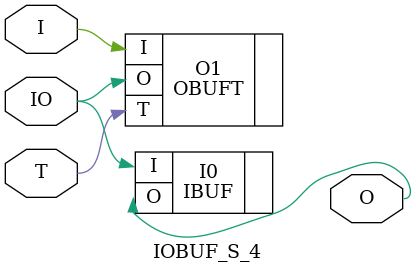
<source format=v>


`timescale  1 ps / 1 ps


module IOBUF_S_4 (O, IO, I, T);

    output O;

    inout  IO;

    input  I, T;

        OBUFT #( .SLEW("SLOW"), .DRIVE(4)) O1 (.O(IO), .I(I), .T(T)); 
	IBUF #(.IOSTANDARD("DEFAULT"))  I0 (.O(O), .I(IO));
        

endmodule



</source>
